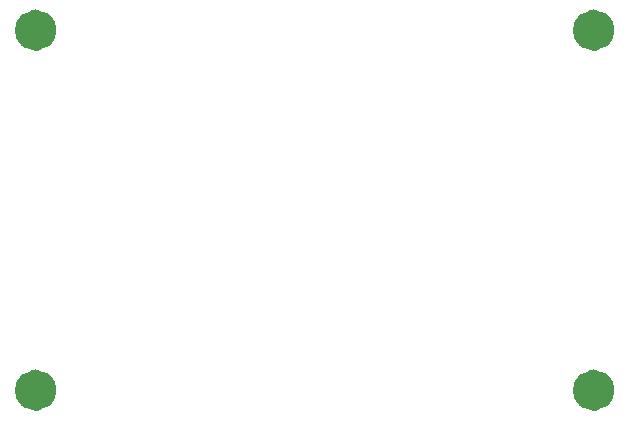
<source format=gbr>
%TF.GenerationSoftware,KiCad,Pcbnew,(6.0.4)*%
%TF.CreationDate,2022-12-14T15:40:06+01:00*%
%TF.ProjectId,mcu_holder,6d63755f-686f-46c6-9465-722e6b696361,rev?*%
%TF.SameCoordinates,Original*%
%TF.FileFunction,Other,Comment*%
%FSLAX46Y46*%
G04 Gerber Fmt 4.6, Leading zero omitted, Abs format (unit mm)*
G04 Created by KiCad (PCBNEW (6.0.4)) date 2022-12-14 15:40:06*
%MOMM*%
%LPD*%
G01*
G04 APERTURE LIST*
%ADD10C,1.750000*%
G04 APERTURE END LIST*
%TO.C,H4*%
D10*
X142607000Y-68580000D02*
G75*
G03*
X142607000Y-68580000I-875000J0D01*
G01*
%TO.C,H3*%
X95363000Y-38100000D02*
G75*
G03*
X95363000Y-38100000I-875000J0D01*
G01*
%TO.C,H1*%
X95363000Y-68580000D02*
G75*
G03*
X95363000Y-68580000I-875000J0D01*
G01*
%TO.C,H2*%
X142607000Y-38100000D02*
G75*
G03*
X142607000Y-38100000I-875000J0D01*
G01*
%TD*%
M02*

</source>
